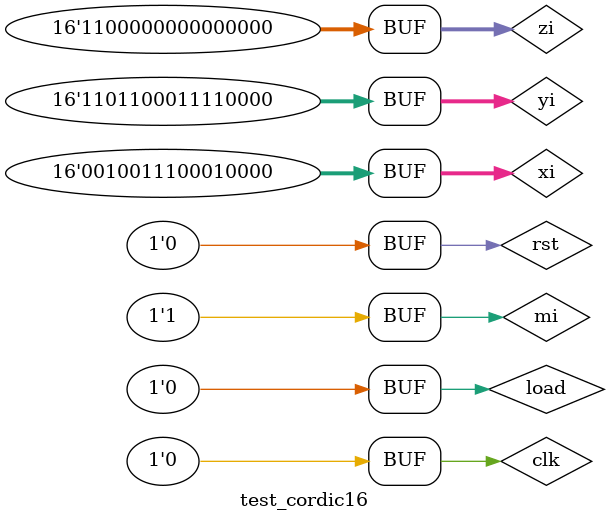
<source format=v>
`timescale 1ns / 1ps
module test_cordic16;

	// Inputs
	reg [15:0] xi;
	reg [15:0] yi;
	reg [15:0] zi;
	reg load;
	reg mi;
	reg clk;
	reg rst;

	// Outputs
	wire [15:0] xo;
	wire [15:0] yo;
	wire [15:0] zo;
	wire rdy;
	wire mo;
	
	// Test
	reg [15:0] xout,yout,zout;

	// Instantiate the Unit Under Test (UUT)
	cordic16 uut (
		.xi(xi), 
		.yi(yi), 
		.zi(zi), 
		.xo(xo), 
		.yo(yo), 
		.zo(zo), 
		.load(load), 
		.mi(mi),
		.mo(mo),		
		.rdy(rdy), 
		.clk(clk), 
		.rst(rst)
	);
	always @ (posedge clk)
	begin
		if (rdy) xout <= xo;
		if (rdy) yout <= yo;
		if (rdy) zout <= zo;
	end

	initial begin
		// Initialize Inputs
		xi = 0;
		yi = 0;
		zi = 0;
		load = 0;
		mi = 0;
		clk = 0;
		rst = 0;

		// Wait 100 ns for global reset to finish
		#100;
        
		// reset
		#5 clk = 0; rst = 1;
		#5 clk = 1;
		#5 clk = 0; rst = 0;
		#5 clk = 1;
		// demodulate Fs/4
		repeat (16)
		begin
			#5 clk = 0; xi = 16384; yi = 16384; zi = 0; load = 1;
			#5 clk = 1;
			repeat (39)
			begin
				#5 clk = 0; load = 0;
				#5 clk = 1;
			end
			#5 clk = 0; xi = -16384; yi = 16384; zi = 0; load = 1;
			#5 clk = 1;
			repeat (39)
			begin
				#5 clk = 0; load = 0;
				#5 clk = 1;
			end
			#5 clk = 0; xi = -16384; yi = -16384; zi = 0; load = 1;
			#5 clk = 1;
			repeat (39)
			begin
				#5 clk = 0; load = 0;
				#5 clk = 1;
			end
			#5 clk = 0; xi = 16384; yi = -16384; zi = 0; load = 1;
			#5 clk = 1;
			repeat (39)
			begin
				#5 clk = 0; load = 0;
				#5 clk = 1;
			end
		end
		// rotate by 0-360 degrees
		zi = -32256; mi = 1;
		repeat (129)
		begin
			#5 clk = 0; xi = 20000; yi = 20000; zi = zi+512; load = 1; // -2dBFS
			#5 clk = 1;
			repeat (39)
			begin
				#5 clk = 0; load = 0;
				#5 clk = 1;
			end
		end
		// rotate by 0-360 degrees
		zi = -32256; mi = 1;
		repeat (129)
		begin
			#5 clk = 0; xi = 200; yi = 200; zi = zi+512; load = 1; // -42dBFS
			#5 clk = 1;
			repeat (39)
			begin
				#5 clk = 0; load = 0;
				#5 clk = 1;
			end
		end
		// AM Demodulation
		zi = 0; mi = 0;
		#5 clk = 0; xi = 0; yi = 0; zi = 0; load = 1; // 
		#5 clk = 1;
		repeat (39)
		begin
			#5 clk = 0; load = 0;
			#5 clk = 1;
		end
		#5 clk = 0; xi = 2929; yi = 2929; zi = 0; load = 1; // 
		#5 clk = 1;
		repeat (39)
		begin
			#5 clk = 0; load = 0;
			#5 clk = 1;
		end
		#5 clk = 0; xi = 10000; yi = 10000; zi = 0; load = 1; // 
		#5 clk = 1;
		repeat (39)
		begin
			#5 clk = 0; load = 0;
			#5 clk = 1;
		end
		#5 clk = 0; xi = 17071; yi = 17071; zi = 0; load = 1; // 
		#5 clk = 1;
		repeat (39)
		begin
			#5 clk = 0; load = 0;
			#5 clk = 1;
		end
		#5 clk = 0; xi = 20000; yi = 20000; zi = 0; load = 1; // 
		#5 clk = 1;
		repeat (39)
		begin
			#5 clk = 0; load = 0;
			#5 clk = 1;
		end
		#5 clk = 0; xi = 17071; yi = 17071; zi = 0; load = 1; // 
		#5 clk = 1;
		repeat (39)
		begin
			#5 clk = 0; load = 0;
			#5 clk = 1;
		end
		#5 clk = 0; xi = 10000; yi = 10000; zi = 0; load = 1; // 
		#5 clk = 1;
		repeat (39)
		begin
			#5 clk = 0; load = 0;
			#5 clk = 1;
		end
		#5 clk = 0; xi = 2929; yi = 2929; zi = 0; load = 1; // 
		#5 clk = 1;
		repeat (39)
		begin
			#5 clk = 0; load = 0;
			#5 clk = 1;
		end
		#5 clk = 0; xi = 0; yi = 0; zi = 0; load = 1; // 
		#5 clk = 1;
		repeat (39)
		begin
			#5 clk = 0; load = 0;
			#5 clk = 1;
		end
		#5 clk = 0; xi = 4142; yi = 0; zi = 0; load = 1; // 
		#5 clk = 1;
		repeat (39)
		begin
			#5 clk = 0; load = 0;
			#5 clk = 1;
		end
		#5 clk = 0; xi = 14142; yi = 0; zi = 0; load = 1; // 
		#5 clk = 1;
		repeat (39)
		begin
			#5 clk = 0; load = 0;
			#5 clk = 1;
		end
		#5 clk = 0; xi = 24142; yi = 0; zi = 0; load = 1; // 
		#5 clk = 1;
		repeat (39)
		begin
			#5 clk = 0; load = 0;
			#5 clk = 1;
		end
		#5 clk = 0; xi = 28284; yi = 0; zi = 0; load = 1; // 
		#5 clk = 1;
		repeat (39)
		begin
			#5 clk = 0; load = 0;
			#5 clk = 1;
		end
		#5 clk = 0; xi = 24142; yi = 0; zi = 0; load = 1; // 
		#5 clk = 1;
		repeat (39)
		begin
			#5 clk = 0; load = 0;
			#5 clk = 1;
		end
		#5 clk = 0; xi = 14142; yi = 0; zi = 0; load = 1; // 
		#5 clk = 1;
		repeat (39)
		begin
			#5 clk = 0; load = 0;
			#5 clk = 1;
		end
		#5 clk = 0; xi = 4142; yi = 0; zi = 0; load = 1; // 
		#5 clk = 1;
		repeat (39)
		begin
			#5 clk = 0; load = 0;
			#5 clk = 1;
		end
		#5 clk = 0; xi = 0; yi = 0; zi = 0; load = 1; // 
		#5 clk = 1;
		repeat (39)
		begin
			#5 clk = 0; load = 0;
			#5 clk = 1;
		end
		// translate 0-360 degree angles -8dBFS
		#3 clk = 1; mi = 0;
		#3 clk = 1; xi = 14142; yi = 0; zi = 0; load = 1; // 0 degrees
		#3 clk = 0;
		#3 clk = 0;
		repeat (39)
		begin
			#3 clk = 1;
			#3 clk = 1; load = 0;
			#3 clk = 0;
			#3 clk = 0;
		end
		#3 clk = 1; mi = 0;
		#3 clk = 1; xi = 10000; yi = 10000; zi = 0; load = 1; // 45 degrees
		#3 clk = 0;
		#3 clk = 0;
		repeat (39)
		begin
			#3 clk = 1;
			#3 clk = 1; load = 0;
			#3 clk = 0;
			#3 clk = 0;
		end
		#3 clk = 1; mi = 0;
		#3 clk = 1; xi = 0; yi = 14142; zi = 0; load = 1; // 90 degrees
		#3 clk = 0;
		#3 clk = 0;
		repeat (39)
		begin
			#3 clk = 1;
			#3 clk = 1; load = 0;
			#3 clk = 0;
			#3 clk = 0;
		end
		#3 clk = 1; mi = 0;
		#3 clk = 1; xi = -10000; yi = 10000; zi = 0; load = 1; // 135 degrees
		#3 clk = 0;
		#3 clk = 0;
		repeat (39)
		begin
			#3 clk = 1;
			#3 clk = 1; load = 0;
			#3 clk = 0;
			#3 clk = 0;
		end
		#3 clk = 1; mi = 0;
		#3 clk = 1; xi = -14142; yi = 0; zi = 0; load = 1; // 180 degrees
		#3 clk = 0;
		#3 clk = 0;
		repeat (39)
		begin
			#3 clk = 1;
			#3 clk = 1; load = 0;
			#3 clk = 0;
			#3 clk = 0;
		end
		#3 clk = 1; mi = 0;
		#3 clk = 1; xi = -10000; yi = -10000; zi = 0; load = 1; // 225 degrees
		#3 clk = 0;
		#3 clk = 0;
		repeat (39)
		begin
			#3 clk = 1;
			#3 clk = 1; load = 0;
			#3 clk = 0;
			#3 clk = 0;
		end
		#3 clk = 1; mi = 0;
		#3 clk = 1; xi = 0; yi = -14142; zi = 0; load = 1; // 270 degrees
		#3 clk = 0;
		#3 clk = 0;
		repeat (39)
		begin
			#3 clk = 1;
			#3 clk = 1; load = 0;
			#3 clk = 0;
			#3 clk = 0;
		end
		#3 clk = 1; mi = 0;
		#3 clk = 1; xi = 10000; yi = -10000; zi = 0; load = 1; // 315 degrees
		#3 clk = 0;
		#3 clk = 0;
		repeat (39)
		begin
			#3 clk = 1;
			#3 clk = 1; load = 0;
			#3 clk = 0;
			#3 clk = 0;
		end
		#3 clk = 1; mi = 0;
		#3 clk = 1; xi = 14142; yi = 0; zi = 0; load = 1; // 360 degrees
		#3 clk = 0;
		#3 clk = 0;
		repeat (39)
		begin
			#3 clk = 1;
			#3 clk = 1; load = 0;
			#3 clk = 0;
			#3 clk = 0;
		end
		// translate 0-360 degree angles -28dBFS
		#3 clk = 1; mi = 0;
		#3 clk = 1; xi = 1414; yi = 0; zi = 0; load = 1; // 0 degrees
		#3 clk = 0;
		#3 clk = 0;
		repeat (39)
		begin
			#3 clk = 1;
			#3 clk = 1; load = 0;
			#3 clk = 0;
			#3 clk = 0;
		end
		#3 clk = 1; mi = 0;
		#3 clk = 1; xi = 1000; yi = 1000; zi = 0; load = 1; // 45 degrees
		#3 clk = 0;
		#3 clk = 0;
		repeat (39)
		begin
			#3 clk = 1;
			#3 clk = 1; load = 0;
			#3 clk = 0;
			#3 clk = 0;
		end
		#3 clk = 1; mi = 0;
		#3 clk = 1; xi = 0; yi = 1414; zi = 0; load = 1; // 90 degrees
		#3 clk = 0;
		#3 clk = 0;
		repeat (39)
		begin
			#3 clk = 1;
			#3 clk = 1; load = 0;
			#3 clk = 0;
			#3 clk = 0;
		end
		#3 clk = 1; mi = 0;
		#3 clk = 1; xi = -1000; yi = 1000; zi = 0; load = 1; // 135 degrees
		#3 clk = 0;
		#3 clk = 0;
		repeat (39)
		begin
			#3 clk = 1;
			#3 clk = 1; load = 0;
			#3 clk = 0;
			#3 clk = 0;
		end
		#3 clk = 1; mi = 0;
		#3 clk = 1; xi = -1414; yi = 0; zi = 0; load = 1; // 180 degrees
		#3 clk = 0;
		#3 clk = 0;
		repeat (39)
		begin
			#3 clk = 1;
			#3 clk = 1; load = 0;
			#3 clk = 0;
			#3 clk = 0;
		end
		#3 clk = 1; mi = 0;
		#3 clk = 1; xi = -1000; yi = -1000; zi = 0; load = 1; // 225 degrees
		#3 clk = 0;
		#3 clk = 0;
		repeat (39)
		begin
			#3 clk = 1;
			#3 clk = 1; load = 0;
			#3 clk = 0;
			#3 clk = 0;
		end
		#3 clk = 1; mi = 0;
		#3 clk = 1; xi = 0; yi = -1414; zi = 0; load = 1; // 270 degrees
		#3 clk = 0;
		#3 clk = 0;
		repeat (39)
		begin
			#3 clk = 1;
			#3 clk = 1; load = 0;
			#3 clk = 0;
			#3 clk = 0;
		end
		#3 clk = 1; mi = 0;
		#3 clk = 1; xi = 1000; yi = -1000; zi = 0; load = 1; // 315 degrees
		#3 clk = 0;
		#3 clk = 0;
		repeat (39)
		begin
			#3 clk = 1;
			#3 clk = 1; load = 0;
			#3 clk = 0;
			#3 clk = 0;
		end
		#3 clk = 1; mi = 0;
		#3 clk = 1; xi = 1414; yi = 0; zi = 0; load = 1; // 360 degrees
		#3 clk = 0;
		#3 clk = 0;
		repeat (39)
		begin
			#3 clk = 1;
			#3 clk = 1; load = 0;
			#3 clk = 0;
			#3 clk = 0;
		end
		// translate 0-360 degree angles -48dBFS
		#3 clk = 1; mi = 0;
		#3 clk = 1; xi = 141; yi = 0; zi = 0; load = 1; // 0 degrees
		#3 clk = 0;
		#3 clk = 0;
		repeat (39)
		begin
			#3 clk = 1;
			#3 clk = 1; load = 0;
			#3 clk = 0;
			#3 clk = 0;
		end
		#3 clk = 1; mi = 0;
		#3 clk = 1; xi = 100; yi = 100; zi = 0; load = 1; // 45 degrees
		#3 clk = 0;
		#3 clk = 0;
		repeat (39)
		begin
			#3 clk = 1;
			#3 clk = 1; load = 0;
			#3 clk = 0;
			#3 clk = 0;
		end
		#3 clk = 1; mi = 0;
		#3 clk = 1; xi = 0; yi = 141; zi = 0; load = 1; // 90 degrees
		#3 clk = 0;
		#3 clk = 0;
		repeat (39)
		begin
			#3 clk = 1;
			#3 clk = 1; load = 0;
			#3 clk = 0;
			#3 clk = 0;
		end
		#3 clk = 1; mi = 0;
		#3 clk = 1; xi = -100; yi = 100; zi = 0; load = 1; // 135 degrees
		#3 clk = 0;
		#3 clk = 0;
		repeat (39)
		begin
			#3 clk = 1;
			#3 clk = 1; load = 0;
			#3 clk = 0;
			#3 clk = 0;
		end
		#3 clk = 1; mi = 0;
		#3 clk = 1; xi = -141; yi = 0; zi = 0; load = 1; // 180 degrees
		#3 clk = 0;
		#3 clk = 0;
		repeat (39)
		begin
			#3 clk = 1;
			#3 clk = 1; load = 0;
			#3 clk = 0;
			#3 clk = 0;
		end
		#3 clk = 1; mi = 0;
		#3 clk = 1; xi = -100; yi = -100; zi = 0; load = 1; // 225 degrees
		#3 clk = 0;
		#3 clk = 0;
		repeat (39)
		begin
			#3 clk = 1;
			#3 clk = 1; load = 0;
			#3 clk = 0;
			#3 clk = 0;
		end
		#3 clk = 1; mi = 0;
		#3 clk = 1; xi = 0; yi = -141; zi = 0; load = 1; // 270 degrees
		#3 clk = 0;
		#3 clk = 0;
		repeat (39)
		begin
			#3 clk = 1;
			#3 clk = 1; load = 0;
			#3 clk = 0;
			#3 clk = 0;
		end
		#3 clk = 1; mi = 0;
		#3 clk = 1; xi = 100; yi = -100; zi = 0; load = 1; // 315 degrees
		#3 clk = 0;
		#3 clk = 0;
		repeat (39)
		begin
			#3 clk = 1;
			#3 clk = 1; load = 0;
			#3 clk = 0;
			#3 clk = 0;
		end
		#3 clk = 1; mi = 0;
		#3 clk = 1; xi = 141; yi = 0; zi = 0; load = 1; // 360 degrees
		#3 clk = 0;
		#3 clk = 0;
		repeat (39)
		begin
			#3 clk = 1;
			#3 clk = 1; load = 0;
			#3 clk = 0;
			#3 clk = 0;
		end
		// mix Fs/8 inputs with Fs/4 phase rotation
		repeat (2)
		begin
			#3 clk = 1; mi = 1;
			#3 clk = 1; xi = 14142; yi = 0; zi = 0; load = 1; // 0 degrees
			#3 clk = 0;
			#3 clk = 0;
			repeat (39)
			begin
				#3 clk = 1;
				#3 clk = 1; load = 0;
				#3 clk = 0;
				#3 clk = 0;
			end
			#3 clk = 1; mi = 1;
			#3 clk = 1; xi = 10000; yi = 10000; zi = 16384; load = 1; // 45 degrees
			#3 clk = 0;
			#3 clk = 0;
			repeat (39)
			begin
				#3 clk = 1;
				#3 clk = 1; load = 0;
				#3 clk = 0;
				#3 clk = 0;
			end	
			#3 clk = 1; mi = 1;
			#3 clk = 1; xi = 0; yi = 14142; zi = 32768; load = 1; // 90 degrees
			#3 clk = 0;
			#3 clk = 0;
			repeat (39)
			begin
				#3 clk = 1;
				#3 clk = 1; load = 0;
				#3 clk = 0;
				#3 clk = 0;
			end
			#3 clk = 1; mi = 1;
			#3 clk = 1; xi = -10000; yi = 10000; zi = 49152; load = 1; // 135 degrees
			#3 clk = 0;
			#3 clk = 0;
			repeat (39)
			begin
				#3 clk = 1;
				#3 clk = 1; load = 0;
				#3 clk = 0;
				#3 clk = 0;
			end
			#3 clk = 1; mi = 1;
			#3 clk = 1; xi = -14142; yi = 0; zi = 0; load = 1; // 180 degrees
			#3 clk = 0;
			#3 clk = 0;
			repeat (39)
			begin
				#3 clk = 1;
				#3 clk = 1; load = 0;
				#3 clk = 0;
				#3 clk = 0;
			end
			#3 clk = 1; mi = 1;
			#3 clk = 1; xi = -10000; yi = -10000; zi = 16384; load = 1; // 225 degrees
			#3 clk = 0;
			#3 clk = 0;
			repeat (39)
			begin
				#3 clk = 1;
				#3 clk = 1; load = 0;
				#3 clk = 0;
				#3 clk = 0;
			end
			#3 clk = 1; mi = 1;
			#3 clk = 1; xi = 0; yi = -14142; zi = 32768; load = 1; // 270 degrees
			#3 clk = 0;
			#3 clk = 0;
			repeat (39)
			begin
				#3 clk = 1;
				#3 clk = 1; load = 0;
				#3 clk = 0;
				#3 clk = 0;
			end
			#3 clk = 1; mi = 1;
			#3 clk = 1; xi = 10000; yi = -10000; zi = 49152; load = 1; // 315 degrees
			#3 clk = 0;
			#3 clk = 0;
			repeat (39)
			begin
				#3 clk = 1;
				#3 clk = 1; load = 0;
				#3 clk = 0;
				#3 clk = 0;
			end
		end
	end
      
endmodule


</source>
